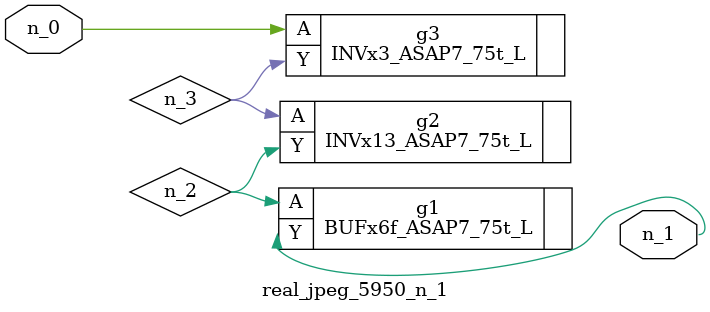
<source format=v>
module real_jpeg_5950_n_1 (n_0, n_1);

input n_0;

output n_1;

wire n_3;
wire n_2;

INVx3_ASAP7_75t_L g3 ( 
.A(n_0),
.Y(n_3)
);

BUFx6f_ASAP7_75t_L g1 ( 
.A(n_2),
.Y(n_1)
);

INVx13_ASAP7_75t_L g2 ( 
.A(n_3),
.Y(n_2)
);


endmodule
</source>
